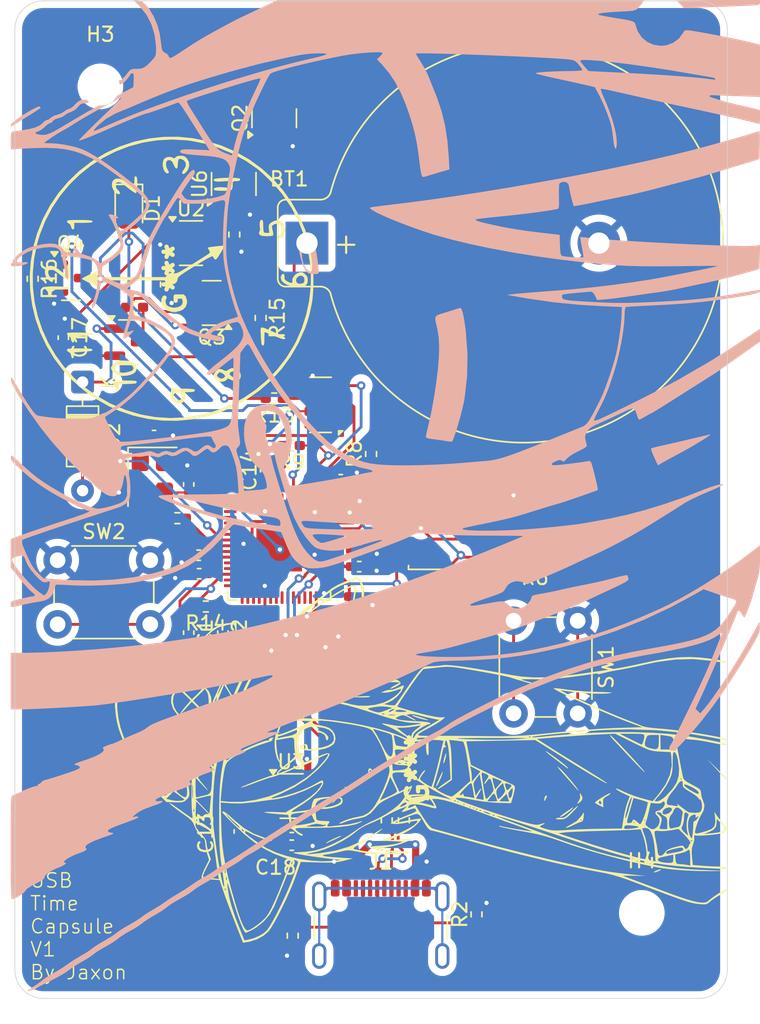
<source format=kicad_pcb>
(kicad_pcb (version 20241229) (generator "pcbnew") (generator_version "9.0")
  (layers (0 "F.Cu" signal) (2 "B.Cu" signal) (13 "F.Paste" user) (15 "B.Paste" user) (5 "F.SilkS" user "F.Silkscreen") (7 "B.SilkS" user "B.Silkscreen") (1 "F.Mask" user) (3 "B.Mask" user) (25 "Edge.Cuts" user))
  (net 0 "")
  (net 1 "Net-(D1-K)")
  (net 2 "Net-(D1-A)")
  (net 3 "/QSPI_SS")
  (net 4 "/QSPI_SD0")
  (net 8 "+1V1")
  (net 9 "/QSPI_SD2")
  (net 12 "/QSPI_SD3")
  (net 18 "/I2C0_SDA")
  (net 20 "/QSPI_SCLK")
  (net 22 "+3V3")
  (net 27 "Net-(D2-K)")
  (net 28 "/I2C0_SCL")
  (net 31 "/XIN")
  (net 35 "Net-(Q3-G)")
  (net 36 "/QSPI_SD1")
  (net 37 "/GPIO2")
  (net 39 "GND")
  (net 47 "/XOUT")
  (net 48 "Net-(U2-DELAY{slash}M_DRV)")
  (net 49 "Net-(U2-DRV)")
  (net 50 "/V_BLINKER")
  (net 54 "/BAT+")
  (net 55 "/INT")
  (net 57 "Net-(C15-Pad2)")
  (net 58 "Net-(J1-CC2)")
  (net 59 "Net-(J1-CC1)")
  (net 60 "Net-(Q2-G)")
  (net 61 "Net-(R6-Pad1)")
  (net 62 "/RP2040_LED_CTRL")
  (net 63 "+BATT")
  (net 64 "/D+")
  (net 65 "/D-")
  (net 66 "+5V")
  (net 67 "Net-(U3-GND)")
  (net 68 "unconnected-(J1-SHIELD-PadS1)")
  (net 69 "Net-(U1-USB_DP)")
  (net 70 "Net-(U1-USB_DM)")
  (net 71 "/BLINKER_RESET")
  (net 72 "Net-(U1-RUN)")
  (footprint "Resistor_SMD:R_0402_1005Metric_Pad0.72x0.64mm_HandSolder" (layer "F.Cu") (at 86.4975 89.3 180)
    (property "Reference" "R6")
    (property "Value" "1k")
  )
  (footprint "Resistor_SMD:R_0402_1005Metric_Pad0.72x0.64mm_HandSolder" (layer "F.Cu") (at 58.4 71.5 180)
    (property "Reference" "R10" (hide yes))
    (property "Value" "1M" (hide yes))
  )
  (footprint "Capacitor_SMD:C_0402_1005Metric_Pad0.74x0.62mm_HandSolder" (layer "F.Cu") (at 65.75 108.2875 -90)
    (property "Reference" "C13")
    (property "Value" "1u")
  )
  (footprint "Capacitor_SMD:C_0402_1005Metric_Pad0.74x0.62mm_HandSolder" (layer "F.Cu") (at 62.2 94.3325 -90)
    (property "Reference" "C1")
    (property "Value" "1u")
  )
  (footprint "Capacitor_SMD:C_0402_1005Metric_Pad0.74x0.62mm_HandSolder" (layer "F.Cu") (at 72.2 93.4 -90)
    (property "Reference" "C7" (hide yes))
    (property "Value" "100n")
  )
  (footprint "Package_TO_SOT_SMD:SOT-23-6" (layer "F.Cu") (at 62.3625 67)
    (property "Reference" "U2")
    (property "Value" "TPL5110")
  )
  (footprint "Capacitor_SMD:C_0402_1005Metric_Pad0.74x0.62mm_HandSolder" (layer "F.Cu") (at 62.9 88.9 180)
    (property "Reference" "C3" (hide yes))
    (property "Value" "100n" (hide yes))
  )
  (footprint "Package_TO_SOT_SMD:SOT-23" (layer "F.Cu") (at 63.8125 71.2 180)
    (property "Reference" "Q3")
    (property "Value" "Q_NMOS_GSD")
  )
  (footprint "Capacitor_SMD:C_0402_1005Metric_Pad0.74x0.62mm_HandSolder" (layer "F.Cu") (at 53.4 73.6325 -90)
    (property "Reference" "C17")
    (property "Value" "0.1u")
  )
  (footprint "Capacitor_SMD:C_0402_1005Metric_Pad0.74x0.62mm_HandSolder" (layer "F.Cu") (at 59.7675 80.5 180)
    (property "Reference" "C16" (hide yes))
    (property "Value" "15p" (hide yes))
  )
  (footprint "Resistor_SMD:R_0402_1005Metric_Pad0.72x0.64mm_HandSolder" (layer "F.Cu") (at 67.25 72.25 -90)
    (property "Reference" "R15")
    (property "Value" "100k")
  )
  (footprint "Resistor_SMD:R_0402_1005Metric_Pad0.72x0.64mm_HandSolder" (layer "F.Cu") (at 76.1 107.505 90)
    (property "Reference" "R3" (hide yes))
    (property "Value" "27.4")
  )
  (footprint "Package_DFN_QFN:QFN-56-1EP_7x7mm_P0.4mm_EP3.2x3.2mm" (layer "F.Cu") (at 68.55 88.4375 -90)
    (property "Reference" "U1" (hide yes))
    (property "Value" "RP2040" (hide yes))
  )
  (footprint "Button_Switch_THT:SW_PUSH_6mm" (layer "F.Cu") (at 89.5 93.5 -90)
    (property "Reference" "SW1")
    (property "Value" "SW_Push")
  )
  (footprint "Capacitor_SMD:C_0402_1005Metric_Pad0.74x0.62mm_HandSolder" (layer "F.Cu") (at 71.1 94.3675 -90)
    (property "Reference" "C5" (hide yes))
    (property "Value" "100n" (hide yes))
  )
  (footprint "Package_TO_SOT_SMD:SOT-23" (layer "F.Cu") (at 53.9375 69.45)
    (property "Reference" "Q4")
    (property "Value" "Q_NMOS_GSD")
  )
  (footprint "Capacitor_SMD:C_0402_1005Metric_Pad0.74x0.62mm_HandSolder" (layer "F.Cu") (at 64.6 94.3325 -90)
    (property "Reference" "C2")
    (property "Value" "100n")
  )
  (footprint "Capacitor_SMD:C_0402_1005Metric_Pad0.74x0.62mm_HandSolder" (layer "F.Cu") (at 67.6 82.9325 90)
    (property "Reference" "C14")
    (property "Value" "100n")
  )
  (footprint "LOGO" (layer "F.Cu") (at 61.25 69.5 90)
    (property "Reference" "G***")
    (property "Value" "LOGO" (hide yes))
  )
  (footprint "Resistor_SMD:R_0402_1005Metric_Pad0.72x0.64mm_HandSolder" (layer "F.Cu") (at 79.6975 92.6)
    (property "Reference" "R5")
    (property "Value" "DNF")
  )
  (footprint "Resistor_SMD:R_0402_1005Metric_Pad0.72x0.64mm_HandSolder" (layer "F.Cu") (at 82.4 114.1025 90)
    (property "Reference" "R2")
    (property "Value" "5.1k")
  )
  (footprint "Package_SO:SOIC-8_5.3x5.3mm_P1.27mm" (layer "F.Cu") (at 80.3875 87.135 180)
    (property "Reference" "U5")
    (property "Value" "W25Q128JVS")
  )
  (footprint "Resistor_SMD:R_0402_1005Metric_Pad0.72x0.64mm_HandSolder" (layer "F.Cu") (at 77.3 107.5025 90)
    (property "Reference" "R4" (hide yes))
    (property "Value" "27.4")
  )
  (footprint "Capacitor_SMD:C_0402_1005Metric_Pad0.74x0.62mm_HandSolder" (layer "F.Cu") (at 62.9325 90.2 180)
    (property "Reference" "C11" (hide yes))
    (property "Value" "100n" (hide yes))
  )
  (footprint "Resistor_SMD:R_0402_1005Metric_Pad0.72x0.64mm_HandSolder" (layer "F.Cu") (at 51.25 69.5 -90)
    (property "Reference" "R16")
    (property "Value" "10k")
  )
  (footprint "Resistor_SMD:R_0402_1005Metric_Pad0.72x0.64mm_HandSolder" (layer "F.Cu") (at 63.4025 92.5 180)
    (property "Reference" "R14")
    (property "Value" "10k")
  )
  (footprint "MountingHole:MountingHole_2.7mm_M2.5" (layer "F.Cu") (at 94 114)
    (property "Reference" "H4")
    (property "Value" "MountingHole")
  )
  (footprint "LOGO" (layer "F.Cu") (at 78.260978 103.928842 90)
    (property "Reference" "G***")
    (property "Value" "LOGO" (hide yes))
  )
  (footprint "Package_SON:MicroCrystal_C7_SON-8_1.5x3.2mm_P0.9mm" (layer "F.Cu") (at 71.45 78.35 180)
    (property "Reference" "U4" (hide yes))
    (property "Value" "RV-3028-C7")
  )
  (footprint "Package_TO_SOT_SMD:SOT-23-5" (layer "F.Cu") (at 65.3625 62.85 90)
    (property "Reference" "U6")
    (property "Value" "74LVC1G32")
  )
  (footprint "Resistor_SMD:R_0402_1005Metric_Pad0.72x0.64mm_HandSolder" (layer "F.Cu") (at 61.4025 86.3)
    (property "Reference" "R7" (hide yes))
    (property "Value" "1k")
  )
  (footprint "Package_TO_SOT_SMD:SOT-23" (layer "F.Cu") (at 57.9375 73.95)
    (property "Reference" "Q1" (hide yes))
    (property "Value" "Q_PMOS_GSD")
  )
  (footprint "MountingHole:MountingHole_2.7mm_M2.5" (layer "F.Cu") (at 56 56)
    (property "Reference" "H3")
    (property "Value" "MountingHole")
  )
  (footprint "Package_TO_SOT_SMD:SOT-23-5" (layer "F.Cu") (at 69.422056 105.8)
    (property "Reference" "U3")
    (property "Value" "AP2112K-3.3")
  )
  (footprint "Battery:BatteryHolder_Keystone_106_1x20mm" (layer "F.Cu") (at 70.5 67)
    (property "Reference" "BT1")
    (property "Value" "Battery_Cell")
  )
  (footprint "LED_SMD:LED_0805_2012Metric" (layer "F.Cu") (at 58 64.5625 -90)
    (property "Reference" "D1")
    (property "Value" "LED")
  )
  (footprint "Capacitor_SMD:C_0402_1005Metric_Pad0.74x0.62mm_HandSolder" (layer "F.Cu") (at 74.1675 89.7)
    (property "Reference" "C8" (hide yes))
    (property "Value" "100n")
  )
  (footprint "Resistor_SMD:R_0402_1005Metric_Pad0.72x0.64mm_HandSolder" (layer "F.Cu") (at 69.5 115.6 -90)
    (property "Reference" "R1" (hide yes))
    (property "Value" "5.1k")
  )
  (footprint "Crystal:Crystal_SMD_3225-4Pin_3.2x2.5mm" (layer "F.Cu") (at 59.65 83.4 -90)
    (property "Reference" "Y1" (hide yes))
    (property "Value" "ABM8-272-T3" (hide yes))
  )
  (footprint "Capacitor_SMD:C_0402_1005Metric_Pad0.74x0.62mm_HandSolder" (layer "F.Cu") (at 69.4325 109.25)
    (property "Reference" "C12" (hide yes))
    (property "Value" "4.7uF")
  )
  (footprint "Button_Switch_THT:SW_PUSH_6mm" (layer "F.Cu") (at 53 89.25)
    (property "Reference" "SW2")
    (property "Value" "SW_Push")
  )
  (footprint "Capacitor_SMD:C_0402_1005Metric_Pad0.74x0.62mm_HandSolder" (layer "F.Cu") (at 74.17 88.5125)
    (property "Reference" "C9" (hide yes))
    (property "Value" "1u")
  )
  (footprint "Capacitor_SMD:C_0402_1005Metric_Pad0.74x0.62mm_HandSolder" (layer "F.Cu") (at 72.8675 83.6)
    (property "Reference" "C4" (hide yes))
    (property "Value" "100n")
  )
  (footprint "Diode_THT:D_DO-35_SOD27_P7.62mm_Horizontal" (layer "F.Cu") (at 54.75 76.75 -90)
    (property "Reference" "D2")
    (property "Value" "1N4148")
  )
  (footprint "Capacitor_SMD:C_0402_1005Metric_Pad0.74x0.62mm_HandSolder" (layer "F.Cu") (at 62.2 83.9325 -90)
    (property "Reference" "C15" (hide yes))
    (property "Value" "15p" (hide yes))
  )
  (footprint "Capacitor_SMD:C_0402_1005Metric_Pad0.74x0.62mm_HandSolder" (layer "F.Cu") (at 67.6 94.3675 -90)
    (property "Reference" "C6" (hide yes))
    (property "Value" "100n")
  )
  (footprint "Resistor_SMD:R_0402_1005Metric_Pad0.72x0.64mm_HandSolder" (layer "F.Cu") (at 75 81.8 90)
    (property "Reference" "R8")
    (property "Value" "4.7k")
  )
  (footprint "Resistor_SMD:R_0402_1005Metric_Pad0.72x0.64mm_HandSolder" (layer "F.Cu") (at 60.6 69.8975 90)
    (property "Reference" "R11" (hide yes))
    (property "Value" "16.9k")
  )
  (footprint "Resistor_SMD:R_0402_1005Metric_Pad0.72x0.64mm_HandSolder" (layer "F.Cu") (at 65.4 66.3975 90)
    (property "Reference" "R12" (hide yes))
    (property "Value" "10k")
  )
  (footprint "Resistor_SMD:R_0402_1005Metric_Pad0.72x0.64mm_HandSolder" (layer "F.Cu") (at 69.3975 81.2 180)
    (property "Reference" "R9")
    (property "Value" "4.7k")
  )
  (footprint "Package_TO_SOT_SMD:SOT-23" (layer "F.Cu") (at 68.2 58.2375 90)
    (property "Reference" "Q2")
    (property "Value" "Q_NMOS_GSD")
  )
  (footprint "Connector_USB:USB_C_Receptacle_GCT_USB4105-xx-A_16P_TopMnt_Horizontal" (layer "F.Cu") (at 75.68 115.95)
    (property "Reference" "J1")
    (property "Value" "USB_C_Receptacle_USB2.0_14P")
  )
  (footprint "Capacitor_SMD:C_0402_1005Metric_Pad0.74x0.62mm_HandSolder" (layer "F.Cu") (at 69.4325 108 180)
    (property "Reference" "C18")
    (property "Value" "4.7uF")
  )
  (footprint "Capacitor_SMD:C_0402_1005Metric_Pad0.74x0.62mm_HandSolder" (layer "F.Cu") (at 74.0325 91.8)
    (property "Reference" "C10" (hide yes))
    (property "Value" "100n")
  )
  (footprint "Resistor_SMD:R_0402_1005Metric_Pad0.72x0.64mm_HandSolder" (layer "F.Cu") (at 68.2025 77.9 180)
    (property "Reference" "R13")
    (property "Value" "150" (hide yes))
  )
  (footprint "LOGO" (layer "B.Cu") (at 76 85 90)
    (property "Reference" "G***")
    (property "Value" "LOGO" (hide yes))
  )
  (gr_arc (start 52 120) (mid 50.585786 119.414214) (end 50 118) (stroke (width 0.05)) (layer "Edge.Cuts"))
  (gr_arc (start 100 118) (mid 99.414214 119.414214) (end 98 120) (stroke (width 0.05)) (layer "Edge.Cuts"))
  (gr_line (start 50 118) (end 50 52) (stroke (width 0.05)) (layer "Edge.Cuts"))
  (gr_arc (start 50 52) (mid 50.585786 50.585786) (end 52 50) (stroke (width 0.05)) (layer "Edge.Cuts"))
  (gr_line (start 100 52) (end 100 118) (stroke (width 0.05)) (layer "Edge.Cuts"))
  (gr_line (start 98 120) (end 52 120) (stroke (width 0.05)) (layer "Edge.Cuts"))
  (gr_line (start 52 50) (end 98 50) (stroke (width 0.05)) (layer "Edge.Cuts"))
  (gr_arc (start 98 50) (mid 99.414214 50.585786) (end 100 52) (stroke (width 0.05)) (layer "Edge.Cuts"))
  (gr_text "USB\nTime\nCapsule\nV1\nBy Jaxon" (at 51 118.75 0) (layer "F.SilkS") (effects (font (size 1 1) (thickness 0.1)) (justify left bottom)))
  (segment (start 58 63.625) (end 64.325 57.3) (width 0.2) (layer "F.Cu") (net 1))
  (segment (start 64.325 57.3) (end 68.2 57.3) (width 0.2) (layer "F.Cu") (net 1))
  (segment (start 58 65.5) (end 58 66.9) (width 0.2) (layer "F.Cu") (net 2))
  (segment (start 64.7 77.9) (end 67.605 77.9) (width 0.2) (layer "F.Cu") (net 2))
  (via (at 64.7 77.9) (size 0.6) (drill 0.3) (layers "F.Cu" "B.Cu") (net 2))
  (via (at 58 66.9) (size 0.6) (drill 0.3) (layers "F.Cu" "B.Cu") (net 2))
  (segment (start 58 71.2) (end 64.7 77.9) (width 0.2) (layer "B.Cu") (net 2))
  (segment (start 58 66.9) (end 58 71.2) (width 0.2) (layer "B.Cu") (net 2))
  (segment (start 81.3 88.9) (end 81.44 89.04) (width 0.2) (layer "F.Cu") (net 3))
  (segment (start 83.975 89.04) (end 85.64 89.04) (width 0.2) (layer "F.Cu") (net 3))
  (segment (start 72.725 85.1) (end 74.2 85.1) (width 0.2) (layer "F.Cu") (net 3))
  (segment (start 71.9875 85.8375) (end 72.725 85.1) (width 0.2) (layer "F.Cu") (net 3))
  (segment (start 80.295 89.905) (end 81.3 88.9) (width 0.2) (layer "F.Cu") (net 3))
  (segment (start 80.295 92.6) (end 80.295 89.905) (width 0.2) (layer "F.Cu") (net 3))
  (segment (start 85.64 89.04) (end 85.9 89.3) (width 0.2) (layer "F.Cu") (net 3))
  (segment (start 81.44 89.04) (end 83.975 89.04) (width 0.2) (layer "F.Cu") (net 3))
  (via (at 74.2 85.1) (size 0.6) (drill 0.3) (layers "F.Cu" "B.Cu") (net 3))
  (via (at 81.3 88.9) (size 0.6) (drill 0.3) (layers "F.Cu" "B.Cu") (net 3))
  (segment (start 74.2 85.1) (end 77.5 85.1) (width 0.2) (layer "B.Cu") (net 3))
  (segment (start 77.5 85.1) (end 81.3 88.9) (width 0.2) (layer "B.Cu") (net 3))
  (segment (start 74.122464 87.0375) (end 71.9875 87.0375) (width 0.2) (layer "F.Cu") (net 4))
  (segment (start 75.929964 85.23) (end 74.122464 87.0375) (width 0.2) (layer "F.Cu") (net 4))
  (segment (start 76.8 85.23) (end 75.929964 85.23) (width 0.2) (layer "F.Cu") (net 4))
  (segment (start 68.601 95.351057) (end 68.601 95.848943) (width 0.2) (layer "F.Cu") (net 8))
  (segment (start 70.048943 93.899) (end 68.751057 93.899) (width 0.2) (layer "F.Cu") (net 8))
  (segment (start 66.091246 89.0375) (end 65.1125 89.0375) (width 0.2) (layer "F.Cu") (net 8))
  (segment (start 71.452226 88.2375) (end 70.451 87.236274) (width 0.2) (layer "F.Cu") (net 8))
  (segment (start 70.401 94.251057) (end 70.048943 93.899) (width 0.2) (layer "F.Cu") (net 8))
  (segment (start 68.399 94.251057) (end 68.399 95.149057) (width 0.2) (layer "F.Cu") (net 8))
  (segment (start 66.649 88.479746) (end 66.091246 89.0375) (width 0.2) (layer "F.Cu") (net 8))
  (segment (start 66.649 86.5365) (end 66.649 88.479746) (width 0.2) (layer "F.Cu") (net 8))
  (segment (start 70.775999 96.1) (end 70.401 95.725001) (width 0.2) (layer "F.Cu") (net 8))
  (segment (start 72.049943 96.1) (end 70.775999 96.1) (width 0.2) (layer "F.Cu") (net 8))
  (segment (start 68.751057 93.899) (end 68.399 94.251057) (width 0.2) (layer "F.Cu") (net 8))
  (segment (start 63.5 90.2) (end 63.5 90.15008) (width 0.15) (layer "F.Cu") (net 8))
  (segment (start 68.248943 96.201) (end 62.484324 96.201) (width 0.2) (layer "F.Cu") (net 8))
  (segment (start 62.484324 96.201) (end 61.589 95.305676) (width 0.2) (layer "F.Cu") (net 8))
  (segment (start 68.601 95.848943) (end 68.248943 96.201) (width 0.2) (layer "F.Cu") (net 8))
  (segment (start 63.5 89.89) (end 64.3525 89.0375) (width 0.2) (layer "F.Cu") (net 8))
  (segment (start 70.401 95.725001) (end 70.401 94.251057) (width 0.2) (layer "F.Cu") (net 8))
  (segment (start 70.451 86.5365) (end 66.649 86.5365) (width 0.2) (layer "F.Cu") (net 8))
  (segment (start 71.9875 88.2375) (end 73.3275 88.2375) (width 0.2) (layer "F.Cu") (net 8))
  (segment (start 72.7375 90.2375) (end 73.465 90.965) (width 0.2) (layer "F.Cu") (net 8))
  (segment (start 73.465 94.684943) (end 72.049943 96.1) (width 0.2) (layer "F.Cu") (net 8))
  (segment (start 73.465 90.965) (end 73.465 91.8) (width 0.2) (layer "F.Cu") (net 8))
  (segment (start 68.399 95.149057) (end 68.601 95.351057) (width 0.2) (layer "F.Cu") (net 8))
  (segment (start 61.589 92.111) (end 63.5 90.2) (width 0.2) (layer "F.Cu") (net 8))
  (segment (start 71.9875 90.2375) (end 72.7375 90.2375) (width 0.2) (layer "F.Cu") (net 8))
  (segment (start 63.5 90.2) (end 63.5 89.89) (width 0.2) (layer "F.Cu") (net 8))
  (segment (start 73.3275 88.2375) (end 73.6025 88.5125) (width 0.2) (layer "F.Cu") (net 8))
  (segment (start 73.465 91.8) (end 73.465 94.684943) (width 0.2) (layer "F.Cu") (net 8))
  (segment (start 61.589 95.305676) (end 61.589 92.111) (width 0.2) (layer "F.Cu") (net 8))
  (segment (start 64.3525 89.0375) (end 65.1125 89.0375) (width 0.2) (layer "F.Cu") (net 8))
  (segment (start 71.9875 88.2375) (end 71.452226 88.2375) (width 0.2) (layer "F.Cu") (net 8))
  (segment (start 70.451 87.236274) (end 70.451 86.5365) (width 0.2) (layer "F.Cu") (net 8))
  (segment (start 73.7625 86.6375) (end 75.8 84.6) (width 0.2) (layer "F.Cu") (net 9))
  (segment (start 78.9 84.6) (end 80.8 86.5) (width 0.2) (layer "F.Cu") (net 9))
  (segment (start 75.8 84.6) (end 78.9 84.6) (width 0.2) (layer "F.Cu") (net 9))
  (segment (start 71.9875 86.6375) (end 73.7625 86.6375) (width 0.2) (layer "F.Cu") (net 9))
  (segment (start 80.8 86.5) (end 83.975 86.5) (width 0.2) (layer "F.Cu") (net 9))
  (segment (start 76.7325 87.8375) (end 71.9875 87.8375) (width 0.2) (layer "F.Cu") (net 12))
  (segment (start 76.8 87.77) (end 76.7325 87.8375) (width 0.15) (layer "F.Cu") (net 12))
  (segment (start 70.35 83.55) (end 72 81.9) (width 0.2) (layer "F.Cu") (net 18))
  (segment (start 69.995 81.2) (end 71.3 81.2) (width 0.15) (layer "F.Cu") (net 18))
  (segment (start 74.3 77) (end 72.1 77) (width 0.2) (layer "F.Cu") (net 18))
  (segment (start 70.35 85) (end 70.35 83.55) (width 0.2) (layer "F.Cu") (net 18))
  (segment (start 71.3 81.2) (end 72 81.9) (width 0.15) (layer "F.Cu") (net 18))
  (via (at 72 81.9) (size 0.6) (drill 0.3) (layers "F.Cu" "B.Cu") (net 18))
  (via (at 74.3 77) (size 0.6) (drill 0.3) (layers "F.Cu" "B.Cu") (net 18))
  (segment (start 74.3 79.9) (end 72.3 81.9) (width 0.2) (layer "B.Cu") (net 18))
  (segment (start 72.3 81.9) (end 72 81.9) (width 0.2) (layer "B.Cu") (net 18))
  (segment (start 74.3 77) (end 74.3 79.9) (width 0.2) (layer "B.Cu") (net 18))
  (segment (start 71.9875 87.4375) (end 75.2625 87.4375) (width 0.2) (layer "F.Cu") (net 20))
  (segment (start 75.2625 87.4375) (end 75.7 87) (width 0.2) (layer "F.Cu") (net 20))
  (segment (start 76.632864 86.5) (end 76.8 86.5) (width 0.15) (layer "F.Cu") (net 20))
  (segment (start 76.3 87) (end 76.8 86.5) (width 0.2) (layer "F.Cu") (net 20))
  (segment (start 75.7 87) (end 76.3 87) (width 0.2) (layer "F.Cu") (net 20))
  (segment (start 67.91 83.5) (end 67.6 83.5) (width 0.5) (layer "F.Cu") (net 22))
  (segment (start 66.049 88.101) (end 66.05 88.102) (width 0.15) (layer "F.Cu") (net 22))
  (segment (start 72.3 83.85) (end 72.3 83.6) (width 0.15) (layer "F.Cu") (net 22))
  (segment (start 71.15 93.75) (end 71.1 93.8) (width 0.15) (layer "F.Cu") (net 22))
  (segment (start 67.6 93.75) (end 67.55 93.7) (width 0.15) (layer "F.Cu") (net 22))
  (segment (start 72.6 90.7) (end 72.5375 90.6375) (width 0.2) (layer "F.Cu") (net 22))
  (segment (start 72.77496 88.77496) (end 72.77496 89.1) (width 0.2) (layer "F.Cu") (net 22))
  (segment (start 67.9 81.1) (end 68.7 81.1) (width 0.15) (layer "F.Cu") (net 22))
  (segment (start 67.55 83.55) (end 67.55 85) (width 0.2) (layer "F.Cu") (net 22))
  (segment (start 63.73 88.6375) (end 65.1125 88.6375) (width 0.2) (layer "F.Cu") (net 22))
  (segment (start 66.05 88.102) (end 66.05 88.511646) (width 0.2) (layer "F.Cu") (net 22))
  (segment (start 67.55 92.75) (end 67.5 92.8) (width 0.15) (layer "F.Cu") (net 22))
  (segment (start 64 92.5) (end 64 93.165) (width 0.5) (layer "F.Cu") (net 22))
  (segment (start 65.924146 88.6375) (end 65.1125 88.6375) (width 0.2) (layer "F.Cu") (net 22))
  (segment (start 72.77496 89.32504) (end 73.14992 89.7) (width 0.2) (layer "F.Cu") (net 22))
  (segment (start 64 93.165) (end 64.6 93.765) (width 0.5) (layer "F.Cu") (net 22))
  (segment (start 73.5025 82.3975) (end 72.3 83.6) (width 0.2) (layer "F.Cu") (net 22))
  (segment (start 71.7 91.57) (end 71.7 91.2) (width 0.15) (layer "F.Cu") (net 22))
  (segment (start 69.5 78.8) (end 69.3 79) (width 0.15) (layer "F.Cu") (net 22))
  (segment (start 71.1325 92.8325) (end 71.1 92.8) (width 0.5) (layer "F.Cu") (net 22))
  (segment (start 71.9 107.6) (end 71.8 107.6) (width 0.5) (layer "F.Cu") (net 22))
  (segment (start 71.1 93.8) (end 70.5 93.2) (width 0.5) (layer "F.Cu") (net 22))
  (segment (start 71.1 92.8) (end 71.1 93.8) (width 0.5) (layer "F.Cu") (net 22))
  (segment (start 71.050001 85.878304) (end 71.15 85.778305) (width 0.2) (layer "F.Cu") (net 22))
  (segment (start 75 82.3975) (end 73.5025 82.3975) (width 0.2) (layer "F.Cu") (net 22))
  (segment (start 71.8625 91.0375) (end 71.9875 91.0375) (width 0.15) (layer "F.Cu") (net 22))
  (segment (start 71.15 92.75) (end 71.1 92.8) (width 0.15) (layer "F.Cu") (net 22))
  (segment (start 70.559556 103.259556) (end 70.5 103.2) (width 0.5) (layer "F.Cu") (net 22))
  (segment (start 67.6 83.5) (end 67.55 83.55) (width 0.15) (layer "F.Cu") (net 22))
  (segment (start 71.15 85) (end 72.3 83.85) (width 0.2) (layer "F.Cu") (net 22))
  (segment (start 71.33 91.57) (end 71.15 91.75) (width 0.15) (layer "F.Cu") (net 22))
  (segment (start 72.71246 89.0375) (end 72.77496 89.1) (width 0.2) (layer "F.Cu") (net 22))
  (segment (start 67.565 93.765) (end 67.6 93.8) (width 0.5) (layer "F.Cu") (net 22))
  (segment (start 66.05 88.511646) (end 65.924146 88.6375) (width 0.2) (layer "F.Cu") (net 22))
  (segment (start 71.035627 88.831729) (end 71.229856 88.6375) (width 0.2) (layer "F.Cu") (net 22))
  (segment (start 67.55 85) (end 67.55 85.81266) (width 0.2) (layer "F.Cu") (net 22))
  (segment (start 67.5 92.8) (end 67.6 92.9) (width 0.5) (layer "F.Cu") (net 22))
  (segment (start 68.7 81.1) (end 68.8 81.2) (width 0.15) (layer "F.Cu") (net 22))
  (segment (start 71.9875 91.0375) (end 72.5625 91.0375) (width 0.2) (layer "F.Cu") (net 22))
  (segment (start 67.55 91.064818) (end 67.538436 91.053254) (width 0.15) (layer "F.Cu") (net 22))
  (segment (start 72.2 92.8325) (end 71.1325 92.8325) (width 0.5) (layer "F.Cu") (net 22))
  (segment (start 68.8 81.2) (end 68.8 82.61) (width 0.5) (layer "F.Cu") (net 22))
  (segment (start 71.15 85.778305) (end 71.15 85) (width 0.2) (layer "F.Cu") (net 22))
  (segment (start 67.6 93.8) (end 67.55 93.75) (width 0.15) (layer "F.Cu") (net 22))
  (segment (start 72.6375 88.6375) (end 72.77496 88.77496) (width 0.2) (layer "F.Cu") (net 22))
  (segment (start 72.5625 91.0375) (end 72.6 91) (width 0.2) (layer "F.Cu") (net 22))
  (segment (start 62.2 93.765) (end 67.565 93.765) (width 0.5) (layer "F.Cu") (net 22))
  (segment (start 71.229856 88.6375) (end 71.9875 88.6375) (width 0.2) (layer "F.Cu") (net 22))
  (segment (start 72.6 91) (end 72.6 90.7) (width 0.2) (layer "F.Cu") (net 22))
  (segment (start 67.55 93.7) (end 67.55 93.85) (width 0.15) (layer "F.Cu") (net 22))
  (segment (start 71.4 108) (end 70 108) (width 0.5) (layer "F.Cu") (net 22))
  (segment (start 70.8 78.8) (end 69.5 78.8) (width 0.15) (layer "F.Cu") (net 22))
  (segment (start 72.77496 89.1) (end 72.77496 89.32504) (width 0.2) (layer "F.Cu") (net 22))
  (segment (start 71.9875 89.0375) (end 72.71246 89.0375) (width 0.2) (layer "F.Cu") (net 22))
  (segment (start 68.8 82.61) (end 67.91 83.5) (width 0.5) (layer "F.Cu") (net 22))
  (segment (start 63.4675 88.9) (end 63.73 88.6375) (width 0.2) (layer "F.Cu") (net 22))
  (segment (start 70.559556 104.85) (end 71.9 106.190444) (width 0.5) (layer "F.Cu") (net 22))
  (segment (start 71.035627 88.864326) (end 71.035627 88.831729) (width 0.15) (layer "F.Cu") (net 22))
  (segment (start 76.8 89.04) (end 76.8 90.9) (width 0.2) (layer "F.Cu") (net 22))
  (segment (start 67.6 92.9) (end 67.6 93.8) (width 0.5) (layer "F.Cu") (net 22))
  (segment (start 67.55 91.875) (end 67.55 91.064818) (width 0.2) (layer "F.Cu") (net 22))
  (segment (start 67.55 85.81266) (end 67.54982 85.81284) (width 0.15) (layer "F.Cu") (net 22))
  (segment (start 71.7 91.2) (end 71.8625 91.0375) (width 0.2) (layer "F.Cu") (net 22))
  (segment (start 71.15 91.75) (end 71.15 91.875) (width 0.15) (layer "F.Cu") (net 22))
  (segment (start 67.55 91.875) (end 67.55 92.75) (width 0.2) (layer "F.Cu") (net 22))
  (segment (start 70.559556 104.85) (end 70.559556 103.259556) (width 0.5) (layer "F.Cu") (net 22))
  (segment (start 73.6 89.7) (end 73.6375 89.6625) (width 0.15) (layer "F.Cu") (net 22))
  (segment (start 73.14992 89.7) (end 73.6 89.7) (width 0.2) (layer "F.Cu") (net 22))
  (segment (start 71.15 91.875) (end 71.15 92.75) (width 0.2) (layer "F.Cu") (net 22))
  (segment (start 71.9875 88.6375) (end 72.6375 88.6375) (width 0.2) (layer "F.Cu") (net 22))
  (segment (start 71.9 106.190444) (end 71.9 107.6) (width 0.5) (layer "F.Cu") (net 22))
  (segment (start 78.5 92.6) (end 79.1 92.6) (width 0.2) (layer "F.Cu") (net 22))
  (segment (start 72.5375 90.6375) (end 71.9875 90.6375) (width 0.2) (layer "F.Cu") (net 22))
  (segment (start 76.8 90.9) (end 78.5 92.6) (width 0.2) (layer "F.Cu") (net 22))
  (segment (start 71.7 91.57) (end 71.33 91.57) (width 0.15) (layer "F.Cu") (net 22))
  (segment (start 71.8 107.6) (end 71.4 108) (width 0.5) (layer "F.Cu") (net 22))
  (via (at 67.9 81.1) (size 0.6) (drill 0.3) (layers "F.Cu" "B.Cu") (net 22))
  (via (at 69.3 79) (size 0.6) (drill 0.3) (layers "F.Cu" "B.Cu") (net 22))
  (via (at 70.5 103.2) (size 0.6) (drill 0.3) (layers "F.Cu" "B.Cu") (net 22))
  (via (at 71.050001 85.878304) (size 0.6) (drill 0.3) (layers "F.Cu" "B.Cu") (net 22))
  (via (at 67.538436 91.053254) (size 0.6) (drill 0.3) (layers "F.Cu" "B.Cu") (net 22))
  (via (at 70.5 93.2) (size 0.6) (drill 0.3) (layers "F.Cu" "B.Cu") (net 22))
  (via (at 66.049 88.101) (size 0.6) (drill 0.3) (layers "F.Cu" "B.Cu") (net 22))
  (via (at 67.54982 85.81284) (size 0.6) (drill 0.3) (layers "F.Cu" "B.Cu") (net 22))
  (via (at 71.035627 88.864326) (size 0.6) (drill 0.3) (layers "F.Cu" "B.Cu") (net 22))
  (via (at 76.8 90.9) (size 0.6) (drill 0.3) (layers "F.Cu" "B.Cu") (net 22))
  (via (at 71.7 91.57) (size 0.6) (drill 0.3) (layers "F.Cu" "B.Cu") (net 22))
  (segment (start 76.8 90.9) (end 72.37 90.9) (width 0.2) (layer "B.Cu") (net 22))
  (segment (start 70.5 103.2) (end 70.551 103.149) (width 0.5) (layer "B.Cu") (net 22))
  (segment (start 70.551 93.251) (end 70.5 93.2) (width 0.5) (layer "B.Cu") (net 22))
  (segment (start 70.551 103.149) (end 70.551 93.251) (width 0.5) (layer "B.Cu") (net 22))
  (segment (start 72.37 90.9) (end 71.7 91.57) (width 0.2) (layer "B.Cu") (net 22))
  (segment (start 69.3 79) (end 69.3 79.7) (width 0.2) (layer "B.Cu") (net 22))
  (segment (start 69.3 79.7) (end 67.9 81.1) (width 0.2) (layer "B.Cu") (net 22))
  (segment (start 55.75 73) (end 56.599 73) (width 0.2) (layer "F.Cu") (net 27))
  (segment (start 58.4235 70.879) (end 58.08605 71.21645) (width 0.2) (layer "F.Cu") (net 27))
  (segment (start 59.390386 70.879) (end 60.312386 71.801) (width 0.2) (layer "F.Cu") (net 27))
  (segment (start 62.274 71.801) (end 62.875 71.2) (width 0.2) (layer "F.Cu") (net 27))
  (segment (start 57.8025 71.5) (end 57.8025 72.1975) (width 0.2) (layer "F.Cu") (net 27))
  (segment (start 57.8025 72.1975) (end 57 73) (width 0.2) (layer "F.Cu") (net 27))
  (segment (start 59.390386 70.879) (end 58.4235 70.879) (width 0.2) (layer "F.Cu") (net 27))
  (segment (start 60.312386 71.801) (end 62.274 71.801) (width 0.2) (layer "F.Cu") (net 27))
  (segment (start 54.75 76.75) (end 56.75 76.75) (width 0.2) (layer "F.Cu") (net 27))
  (via (at 55.75 73) (size 0.6) (drill 0.3) (layers "F.Cu" "B.Cu") (net 27))
  (via (at 56.75 76.75) (size 0.6) (drill 0.3) (layers "F.Cu" "B.Cu") (net 27))
  (segment (start 56.75 76.75) (end 56.75 74) (width 0.2) (layer "B.Cu") (net 27))
  (segment (start 56.75 74) (end 55.75 73) (width 0.2) (layer "B.Cu") (net 27))
  (segment (start 73.681322 81.118678) (end 73.8 81.118678) (width 0.2) (layer "F.Cu") (net 28))
  (segment (start 73.2 77.9) (end 73.8 78.5) (width 0.2) (layer "F.Cu") (net 28))
  (segment (start 73.8 78.5) (end 73.8 81.118678) (width 0.2) (layer "F.Cu") (net 28))
  (segment (start 73.883822 81.2025) (end 73.8 81.118678) (width 0.2) (layer "F.Cu") (net 28))
  (segment (start 70.75 84.05) (end 73.681322 81.118678) (width 0.2) (layer "F.Cu") (net 28))
  (segment (start 72.1 77.9) (end 73.2 77.9) (width 0.2) (layer "F.Cu") (net 28))
  (segment (start 75 81.2025) (end 73.883822 81.2025) (width 0.2) (layer "F.Cu") (net 28))
  (segment (start 70.75 85) (end 70.75 84.05) (width 0.2) (layer "F.Cu") (net 28))
  (segment (start 58.8 82.3) (end 57.4 82.3) (width 0.15) (layer "F.Cu") (net 31))
  (segment (start 64.5375 87.8375) (end 65.1125 87.8375) (width 0.2) (layer "F.Cu") (net 31))
  (segment (start 58.8 82.3) (end 58.8 80.9) (width 0.15) (layer "F.Cu") (net 31))
  (segment (start 63.5 86.8) (end 64.5375 87.8375) (width 0.2) (layer "F.Cu") (net 31))
  (segment (start 58.8 80.9) (end 59.2 80.5) (width 0.15) (layer "F.Cu") (net 31))
  (via (at 63.5 86.8) (size 0.6) (drill 0.3) (layers "F.Cu" "B.Cu") (net 31))
  (via (at 57.4 82.3) (size 0.6) (drill 0.3) (layers "F.Cu" "B.Cu") (net 31))
  (segment (start 59 82.3) (end 63.5 86.8) (width 0.2) (layer "B.Cu") (net 31))
  (segment (start 57.4 82.3) (end 59 82.3) (width 0.15) (layer "B.Cu") (net 31))
  (segment (start 55.95 69.45) (end 56 69.5) (width 0.2) (layer "F.Cu") (net 35))
  (segment (start 64.75 72.15) (end 66.5525 72.15) (width 0.2) (layer "F.Cu") (net 35))
  (segment (start 64.15 72.75) (end 64.75 72.15) (width 0.2) (layer "F.Cu") (net 35))
  (segment (start 54.625 69.45) (end 55.95 69.45) (width 0.2) (layer "F.Cu") (net 35))
  (segment (start 61.25 72.75) (end 64.15 72.75) (width 0.2) (layer "F.Cu") (net 35))
  (segment (start 66.5525 72.15) (end 67.25 72.8475) (width 0.2) (layer "F.Cu") (net 35))
  (via (at 56 69.5) (size 0.6) (drill 0.3) (layers "F.Cu" "B.Cu") (net 35))
  (via (at 61.25 72.75) (size 0.6) (drill 0.3) (layers "F.Cu" "B.Cu") (net 35))
  (segment (start 59 70.75) (end 60.5 72.25) (width 0.2) (layer "B.Cu") (net 35))
  (segment (start 60.5 72.25) (end 61 72.75) (width 0.2) (layer "B.Cu") (net 35))
  (segment (start 56 68.050057) (end 57.751057 66.299) (width 0.2) (layer "B.Cu") (net 35))
  (segment (start 56 69.5) (end 56 68.050057) (width 0.2) (layer "B.Cu") (net 35))
  (segment (start 58.248943 66.299) (end 59 67.050057) (width 0.2) (layer "B.Cu") (net 35))
  (segment (start 59 67.050057) (end 59 70.75) (width 0.2) (layer "B.Cu") (net 35))
  (segment (start 61 72.75) (end 61.25 72.75) (width 0.2) (layer "B.Cu") (net 35))
  (segment (start 57.751057 66.299) (end 58.248943 66.299) (width 0.2) (layer "B.Cu") (net 35))
  (segment (start 79.27 87.77) (end 78.5 87) (width 0.2) (layer "F.Cu") (net 36))
  (segment (start 73.1625 86.2375) (end 71.9875 86.2375) (width 0.2) (layer "F.Cu") (net 36))
  (segment (start 83.975 87.77) (end 79.27 87.77) (width 0.2) (layer "F.Cu") (net 36))
  (segment (start 73.5 85.9) (end 73.1625 86.2375) (width 0.2) (layer "F.Cu") (net 36))
  (via (at 73.5 85.9) (size 0.6) (drill 0.3) (layers "F.Cu" "B.Cu") (net 36))
  (via (at 78.5 87) (size 0.6) (drill 0.3) (layers "F.Cu" "B.Cu") (net 36))
  (segment (start 73.5 85.9) (end 74.6 87) (width 0.2) (layer "B.Cu") (net 36))
  (segment (start 74.6 87) (end 78.5 87) (width 0.2) (layer "B.Cu") (net 36))
  (segment (start 64.75 70.25) (end 60.845 70.25) (width 0.2) (layer "F.Cu") (net 39))
  (segment (start 61.225 67) (end 60.3 67) (width 0.2) (layer "F.Cu") (net 39))
  (segment (start 89.5 93.5) (end 89.5 100) (width 0.2) (layer "F.Cu") (net 39))
  (segment (start 71.25 95.35) (end 71.1 95.2) (width 0.2) (layer "F.Cu") (net 39))
  (segment (start 70.9 109.3) (end 70.7 109.3) (width 0.15) (layer "F.Cu") (net 39))
  (segment (start 52.6975 70.0975) (end 53 70.4) (width 0.2) (layer "F.Cu") (net 39))
  (segment (start 52.85 70.4) (end 53 70.4) (width 0.2) (layer "F.Cu") (net 39))
  (segment (start 72.43 110.43) (end 72.4 110.4) (width 0.15) (layer "F.Cu") (net 39))
  (segment (start 74.6 91.9) (end 75.1 92.4) (width 0.2) (layer "F.Cu") (net 39))
  (segment (start 78.93 110.43) (end 78.9 110.4) (width 0.2) (layer "F.Cu") (net 39))
  (segment (start 65.4 67.1) (end 65.9 67.6) (width 0.2) (layer "F.Cu") (net 39))
  (segment (start 71.1 95.2) (end 71.1 94.935) (width 0.15) (layer "F.Cu") (net 39))
  (segment (start 62.2 94.9) (end 67.565 94.9) (width 0.2) (layer "F.Cu") (net 39))
  (segment (start 70.7 109.3) (end 70.65 109.25) (width 0.15) (layer "F.Cu") (net 39))
  (segment (start 69.15 59.175) (end 69.15 59.85) (width 0.2) (layer "F.Cu") (net 39))
  (segment (start 74.7725 89.7125) (end 74.9125 89.7125) (width 0.15) (layer "F.Cu") (net 39))
  (segment (start 68.55 88.4375) (end 68.55 88.45) (width 0.15) (layer "F.Cu") (net 39))
  (segment (start 74.7375 88.5125) (end 75.1125 88.5125) (width 0.2) (layer "F.Cu") (net 39))
  (segment (start 60.3 67) (end 60.2 67.1) (width 0.15) (layer "F.Cu") (net 39))
  (segment (start 70.65 109.25) (end 70 109.25) (width 0.15) (layer "F.Cu") (net 39))
  (segment (start 82.4 113.505) (end 82.895 113.505) (width 0.2) (layer "F.Cu") (net 39))
  (segment (start 70.8 77) (end 70.8 76.4) (width 0.15) (layer "F.Cu") (net 39))
  (segment (start 60.5 82.3) (end 61.135 82.3) (width 0.15) (layer "F.Cu") (net 39))
  (segment (start 73.435 83.6) (end 73.5 83.6) (width 0.15) (layer "F.Cu") (net 39))
  (segment (start 60.6 70.8) (end 61 71.2) (width 0.2) (layer "F.Cu") (net 39))
  (segment (start 53.4 73.065) (end 53.4 72.4) (width 0.15) (layer "F.Cu") (net 39))
  (segment (start 72.2 93.9675) (end 72.2 94.1) (width 0.15) (layer "F.Cu") (net 39))
  (segment (start 69.15 59.85) (end 69.5 60.2) (width 0.2) (layer "F.Cu") (net 39))
  (segment (start 72.43 111.905) (end 72.43 110.43) (width 0.15) (layer "F.Cu") (net 39))
  (segment (start 65.4 66.995) (end 65.4 67.1) (width 0.15) (layer "F.Cu") (net 39))
  (segment (start 60.845 70.25) (end 60.6 70.495) (width 0.2) (layer "F.Cu") (net 39))
  (segment (start 75.1125 88.5125) (end 75.4 88.8) (width 0.2) (layer "F.Cu") (net 39))
  (segment (start 67.6 95.2) (end 68 95.6) (width 0.2) (layer "F.Cu") (net 39))
  (segment (start 78.93 111.905) (end 78.93 110.43) (width 0.2) (layer "F.Cu") (net 39))
  (segment (start 60.6 70.495) (end 60.6 70.8) (width 0.15) (layer "F.Cu") (net 39))
  (segment (start 66.3125 63.9875) (end 66.3125 64.8125) (width 0.2) (layer "F.Cu") (net 39))
  (segment (start 68.55 88.45) (end 68.6 88.5) (width 0.15) (layer "F.Cu") (net 39))
  (segment (start 62.2 90.2) (end 61.9 90.5) (width 0.2) (layer "F.Cu") (net 39))
  (segment (start 74.8875 89.6625) (end 74.7725 89.6625) (width 0.15) (layer "F.Cu") (net 39))
  (segment (start 83.975 85.23) (end 84.47 85.23) (width 0.15) (layer "F.Cu") (net 39))
  (segment (start 67.6 82.3) (end 67.1 81.8) (width 0.2) (layer "F.Cu") (net 39))
  (segment (start 67.6 82.3) (end 67.6 82.365) (width 0.15) (layer "F.Cu") (net 39))
  (segment (start 71.8 95.35) (end 71.25 95.35) (width 0.2) (layer "F.Cu") (net 39))
  (segment (start 62.365 90.2) (end 62.2 90.2) (width 0.15) (layer "F.Cu") (net 39))
  (segment (start 84.47 85.23) (end 85 84.7) (width 0.15) (layer "F.Cu") (net 39))
  (segment (start 62.2 82.7) (end 62.1 82.6) (width 0.15) (layer "F.Cu") (net 39))
  (segment (start 66.3125 64.8125) (end 66.5 65) (width 0.2) (layer "F.Cu") (net 39))
  (segment (start 74.6 91.8) (end 74.6 91.9) (width 0.2) (layer "F.Cu") (net 39))
  (segment (start 73.6 83.6) (end 73.435 83.6) (width 0.15) (layer "F.Cu") (net 39))
  (segment (start 70 109.25) (end 70 109.475) (width 0.15) (layer "F.Cu") (net 39))
  (segment (start 61.9 90.5) (end 61.25 90.5) (width 0.2) (layer "F.Cu") (net 39))
  (segment (start 82.895 113.505) (end 83.1 113.3) (width 0.2) (layer "F.Cu") (net 39))
  (segment (start 58.8 84.5) (end 57.3 84.5) (width 0.15) (layer "F.Cu") (net 39))
  (segment (start 52.75 70.5) (end 52.85 70.4) (width 0.2) (layer "F.Cu") (net 39))
  (segment (start 67.565 94.9) (end 67.6 94.935) (width 0.2) (layer "F.Cu") (net 39))
  (segment (start 73.5 83.6) (end 74 83.1) (width 0.2) (layer "F.Cu") (net 39))
  (segment (start 62.2 88.9) (end 62.3325 88.9) (width 0.15) (layer "F.Cu") (net 39))
  (segment (start 72.2 94.1) (end 72.7 94.6) (width 0.2) (layer "F.Cu") (net 39))
  (segment (start 69.5 116.1975) (end 69.5 116.6) (width 0.2) (layer "F.Cu") (net 39))
  (segment (start 72.365 111.84) (end 72.43 111.905) (width 0.15) (layer "F.Cu") (net 39))
  (segment (start 69.5 116.6) (end 69.1 117) (width 0.2) (layer "F.Cu") (net 39))
  (segment (start 62.2 83.365) (end 62.2 82.7) (width 0.15) (layer "F.Cu") (net 39))
  (segment (start 62.2 88.9) (end 61.7 89.4) (width 0.2) (layer "F.Cu") (net 39))
  (segment (start 74.9 89.5) (end 75.3875 89.9875) (width 0.2) (layer "F.Cu") (net 39))
  (segment (start 51.25 70.0975) (end 52.6975 70.0975) (width 0.2) (layer "F.Cu") (net 39))
  (segment (start 70.8 76.4) (end 70.9 76.3) (width 0.15) (layer "F.Cu") (net 39))
  (segment (start 60.335 80.5) (end 61.1 80.5) (width 0.15) (layer "F.Cu") (net 39))
  (segment (start 61.135 82.3) (end 62.2 83.365) (width 0.15) (layer "F.Cu") (net 39))
  (segment (start 67.6 94.935) (end 67.6 95.2) (width 0.15) (layer "F.Cu") (net 39))
  (segment (start 52.75 71.25) (end 52.75 70.5) (width 0.2) (layer "F.Cu") (net 39))
  (segment (start 53.4 72.4) (end 53.5 72.3) (width 0.15) (layer "F.Cu") (net 39))
  (segment (start 62.365 90.235) (end 62.365 90.2) (width 0.15) (layer "F.Cu") (net 39))
  (via (at 75.4 88.8) (size 0.6) (drill 0.3) (layers "F.Cu" "B.Cu") (net 39))
  (via (at 70.9 109.3) (size 0.6) (drill 0.3) (layers "F.Cu" "B.Cu") (net 39))
  (via (at 65.9 67.6) (size 0.6) (drill 0.3) (layers "F.Cu" "B.Cu") (net 39))
  (via (at 75.3875 89.9875) (size 0.6) (drill 0.3) (layers "F.Cu" "B.Cu") (net 39))
  (via (at 74 83.1) (size 0.6) (drill 0.3) (layers "F.Cu" "B.Cu") (net 39))
  (via (at 69.1 117) (size 0.6) (drill 0.3) (layers "F.Cu" "B.Cu") (net 39))
  (via (at 83.1 113.3) (size 0.6) (drill 0.3) (layers "F.Cu" "B.Cu") (net 39))
  (via (at 62.1 82.6) (size 0.6) (drill 0.3) (layers "F.Cu" "B.Cu") (net 39))
  (via (at 75.1 92.4) (size 0.6) (drill 0.3) (layers "F.Cu" "B.Cu") (net 39))
  (via (at 72.7 94.6) (size 0.6) (drill 0.3) (layers "F.Cu" "B.Cu") (net 39))
  (via (at 68.6 88.5) (size 0.6) (drill 0.3) (layers "F.Cu" "B.Cu") (net 39))
  (via (at 66.5 65) (size 0.6) (drill 0.3) (layers "F.Cu" "B.Cu") (net 39))
  (via (at 67.1 81.8) (size 0.6) (drill 0.3) (layers "F.Cu" "B.Cu") (net 39))
  (via (at 85 84.7) (size 0.6) (drill 0.3) (layers "F.Cu" "B.Cu") (net 39))
  (via (at 61.7 89.4) (size 0.6) (drill 0.3) (layers "F.Cu" "B.Cu") (net 39))
  (via (at 53.5 72.3) (size 0.6) (drill 0.3) (layers "F.Cu" "B.Cu") (net 39))
  (via (at 61.25 90.5) (size 0.6) (drill 0.3) (layers "F.Cu" "B.Cu") (net 39))
  (via (at 60.2 67.1) (size 0.6) (drill 0.3) (layers "F.Cu" "B.Cu") (net 39))
  (via (at 57.3 84.5) (size 0.6) (drill 0.3) (layers "F.Cu" "B.Cu") (net 39))
  (via (at 78.9 110.4) (size 0.6) (drill 0.3) (layers "F.Cu" "B.Cu") (net 39))
  (via (at 61 71.2) (size 0.6) (drill 0.3) (layers "F.Cu" "B.Cu") (net 39))
  (via (at 72.4 110.4) (size 0.6) (drill 0.3) (layers "F.Cu" "B.Cu") (net 39))
  (via (at 61.1 80.5) (size 0.6) (drill 0.3) (layers "F.Cu" "B.Cu") (net 39))
  (via (at 68 95.6) (size 0.6) (drill 0.3) (layers "F.Cu" "B.Cu") (net 39))
  (via (at 70.9 76.3) (size 0.6) (drill 0.3) (layers "F.Cu" "B.Cu") (net 39))
  (via (at 71.8 95.35) (size 0.6) (drill 0.3) (layers "F.Cu" "B.Cu") (net 39))
  (via (at 69.5 60.2) (size 0.6) (drill 0.3) (layers "F.Cu" "B.Cu") (net 39))
  (via (at 52.75 71.25) (size 0.6) (drill 0.3) (layers "F.Cu" "B.Cu") (net 39))
  (segment (start 66.7 82.2) (end 67.1 81.8) (width 0.2) (layer "B.Cu") (net 39))
  (segment (start 66 82.2) (end 66.7 82.2) (width 0.2) (layer "B.Cu") (net 39))
  (segment (start 66 85.9) (end 66 82.2) (width 0.2) (layer "B.Cu") (net 39))
  (segment (start 68.6 88.5) (end 66 85.9) (width 0.2) (layer "B.Cu") (net 39))
  (segment (start 65.1125 88.2375) (end 63.9375 88.2375) (width 0.2) (layer "F.Cu") (net 47))
  (segment (start 63.9375 88.2375) (end 62 86.3) (width 0.2) (layer "F.Cu") (net 47))
  (segment (start 60.6 68.575) (end 60.6 69.3) (width 0.2) (layer "F.Cu") (net 48))
  (segment (start 61.225 67.95) (end 60.6 68.575) (width 0.2) (layer "F.Cu") (net 48))
  (segment (start 63.5 67) (end 63.854468 67) (width 0.2) (layer "F.Cu") (net 49))
  (segment (start 64.4125 63.9875) (end 64.4385 64.0135) (width 0.15) (layer "F.Cu") (net 49))
  (segment (start 64.7125 66.141968) (end 64.7125 64.2875) (width 0.2) (layer "F.Cu") (net 49))
  (segment (start 63.854468 67) (end 64.7125 66.141968) (width 0.2) (layer "F.Cu") (net 49))
  (segment (start 64.7125 64.2875) (end 64.4125 63.9875) (width 0.2) (layer "F.Cu") (net 49))
  (segment (start 60.400057 66.05) (end 61.225 66.05) (width 0.2) (layer "F.Cu") (net 50))
  (segment (start 67.25 70.900057) (end 64.900943 68.551) (width 0.2) (layer "F.Cu") (net 50))
  (segment (start 62.551 68.551) (end 62.25 68.25) (width 0.2) (layer "F.Cu") (net 50))
  (segment (start 55.1 74.9) (end 54.4 74.2) (width 0.2) (layer "F.Cu") (net 50))
  (segment (start 54.4 72.050057) (end 60.400057 66.05) (width 0.2) (layer "F.Cu") (net 50))
  (segment (start 61.225 66.05) (end 62.25 66.05) (width 0.2) (layer "F.Cu") (net 50))
  (segment (start 54.4 74.2) (end 53.4 74.2) (width 0.2) (layer "F.Cu") (net 50))
  (segment (start 67.25 71.6525) (end 67.25 70.900057) (width 0.2) (layer "F.Cu") (net 50))
  (segment (start 62.25 66.05) (end 63.5 66.05) (width 0.2) (layer "F.Cu") (net 50))
  (segment (start 57 74.9) (end 55.1 74.9) (width 0.2) (layer "F.Cu") (net 50))
  (segment (start 64.900943 68.551) (end 62.551 68.551) (width 0.2) (layer "F.Cu") (net 50))
  (segment (start 54.4 74.2) (end 54.4 72.050057) (width 0.2) (layer "F.Cu") (net 50))
  (segment (start 62.25 68.25) (end 62.25 66.05) (width 0.2) (layer "F.Cu") (net 50))
  (segment (start 58.9975 73.8275) (end 58.875 73.95) (width 0.2) (layer "F.Cu") (net 54))
  (segment (start 69.6 67.9) (end 69.6 72.5) (width 0.2) (layer "F.Cu") (net 54))
  (segment (start 59.9 74.975) (end 58.875 73.95) (width 0.2) (layer "F.Cu") (net 54))
  (segment (start 69.6 72.5) (end 69.6 77.9) (width 0.2) (layer "F.Cu") (net 54))
  (segment (start 59.9 74.975) (end 67.125 74.975) (width 0.2) (layer "F.Cu") (net 54))
  (segment (start 69.6 72.5) (end 67.2 74.9) (width 0.2) (layer "F.Cu") (net 54))
  (segment (start 67.125 74.975) (end 67.2 74.9) (width 0.2) (layer "F.Cu") (net 54))
  (segment (start 70.8 77.9) (end 69.6 77.9) (width 0.2) (layer "F.Cu") (net 54))
  (segment (start 58.9975 71.5) (end 58.9975 73.8275) (width 0.2) (layer "F.Cu") (net 54))
  (segment (start 69.6 77.9) (end 68.8 77.9) (width 0.2) (layer "F.Cu") (net 54))
  (segment (start 70.5 67) (end 69.6 67.9) (width 0.15) (layer "F.Cu") (net 54))
  (segment (start 54.75 82.75) (end 58 79.5) (width 0.2) (layer "F.Cu") (net 55))
  (segment (start 73 79.225001) (end 73 80.5) (width 0.2) (layer "F.Cu") (net 55))
  (segment (start 54.75 84.37) (end 54.75 82.75) (width 0.2) (layer "F.Cu") (net 55))
  (segment (start 58 79.5) (end 61.75 79.5) (width 0.2) (layer "F.Cu") (net 55))
  (segment (start 61.75 79.5) (end 62.75 80.5) (width 0.2) (layer "F.Cu") (net 55))
  (segment (start 72.574999 78.8) (end 73 79.225001) (width 0.2) (layer "F.Cu") (net 55))
  (segment (start 73 80.5) (end 62.75 80.5) (width 0.2) (layer "F.Cu") (net 55))
  (segment (start 72.1 78.8) (end 72.574999 78.8) (width 0.2) (layer "F.Cu") (net 55))
  (segment (start 60.5 84.5) (end 62.2 84.5) (width 0.15) (layer "F.Cu") (net 57))
  (segment (start 60.805 84.805) (end 60.5 84.5) (width 0.2) (layer "F.Cu") (net 57))
  (segment (start 60.805 86.3) (end 60.805 84.805) (width 0.2) (layer "F.Cu") (net 57))
  (segment (start 77.43 114.23) (end 77.9 114.7) (width 0.2) (layer "F.Cu") (net 58))
  (segment (start 77.9 114.7) (end 82.4 114.7) (width 0.2) (layer "F.Cu") (net 58))
  (segment (start 77.43 111.905) (end 77.43 114.23) (width 0.2) (layer "F.Cu") (net 58))
  (segment (start 74.43 112.878824) (end 72.306324 115.0025) (width 0.2) (layer "F.Cu") (net 59))
  (segment (start 74.43 111.905) (end 74.479 111.954) (width 0.2) (layer "F.Cu") (net 59))
  (segment (start 74.43 112.27) (end 74.43 112.878824) (width 0.2) (layer "F.Cu") (net 59))
  (segment (start 72.306324 115.0025) (end 69.5 115.0025) (width 0.2) (layer "F.Cu") (net 59))
  (segment (start 66.3125 61.7125) (end 66.3125 60.1125) (width 0.2) (layer "F.Cu") (net 60))
  (segment (start 66.3125 60.1125) (end 67.25 59.175) (width 0.2) (layer "F.Cu") (net 60))
  (segment (start 85 100) (end 85 93.5) (width 0.2) (layer "F.Cu") (net 61))
  (segment (start 85 93.5) (end 87.095 91.405) (width 0.2) (layer "F.Cu") (net 61))
  (segment (start 87.095 91.405) (end 87.095 89.3) (width 0.2) (layer "F.Cu") (net 61))
  (segment (start 65.3625 65.7625) (end 65.4 65.8) (width 0.15) (layer "F.Cu") (net 62))
  (segment (start 65.3625 63.9875) (end 65.3625 65.7625) (width 0.2) (layer "F.Cu") (net 62))
  (segment (start 76.49875 108.50125) (end 76.49875 109.56125) (width 0.2) (layer "F.Cu") (net 64))
  (segment (start 76.43 112.844999) (end 76.178999 113.096) (width 0.2) (layer "F.Cu") (net 64))
  (segment (start 75.681001 113.096) (end 75.43 112.844999) (width 0.2) (layer "F.Cu") (net 64))
  (segment (start 76.178999 113.096) (end 75.681001 113.096) (width 0.2) (layer "F.Cu") (net 64))
  (segment (start 75.43 112.844999) (end 75.43 112.27) (width 0.2) (layer "F.Cu") (net 64))
  (segment (start 76.43 111.905) (end 76.43 109.63) (width 0.2) (layer "F.Cu") (net 64))
  (segment (start 76.43 112.27) (end 76.43 112.844999) (width 0.2) (layer "F.Cu") (net 64))
  (segment (start 76.1 108.1025) (end 76.49875 108.50125) (width 0.2) (layer "F.Cu") (net 64))
  (segment (start 76.49875 109.56125) (end 76.43 109.63) (width 0.2) (layer "F.Cu") (net 64))
  (segment (start 75.93 110.98) (end 75.93 111.905) (width 0.2) (layer "F.Cu") (net 65))
  (segment (start 76.89875 108.50125) (end 76.89875 109.29875) (width 0.2) (layer "F.Cu") (net 65))
  (segment (start 77.3 108.1) (end 76.89875 108.50125) (width 0.2) (layer "F.Cu") (net 65))
  (segment (start 75.5 110.929) (end 75.5 110.5) (width 0.2) (layer "F.Cu") (net 65))
  (segment (start 75.5 110.929) (end 75.879 110.929) (width 0.2) (layer "F.Cu") (net 65))
  (segment (start 75.879 110.929) (end 75.93 110.98) (width 0.2) (layer "F.Cu") (net 65))
  (segment (start 76.89875 109.29875) (end 77.2 109.6) (width 0.2) (layer "F.Cu") (net 65))
  (segment (start 75.029 110.929) (end 75.5 110.929) (width 0.2) (layer "F.Cu") (net 65))
  (segment (start 74.93 111.028) (end 75.029 110.929) (width 0.2) (layer "F.Cu") (net 65))
  (segment (start 77.2 110.2) (end 77.2 109.6) (width 0.2) (layer "F.Cu") (net 65))
  (segment (start 75.5 110.5) (end 75.8 110.2) (width 0.2) (layer "F.Cu") (net 65))
  (segment (start 74.93 111.905) (end 74.93 111.028) (width 0.2) (layer "F.Cu") (net 65))
  (via (at 75.8 110.2) (size 0.6) (drill 0.3) (layers "F.Cu" "B.Cu") (net 65))
  (via (at 77.2 110.2) (size 0.6) (drill 0.3) (layers "F.Cu" "B.Cu") (net 65))
  (segment (start 75.8 110.2) (end 77.2 110.2) (width 0.2) (layer "B.Cu") (net 65))
  (segment (start 64.989 109.689) (end 64.989 108.171) (width 0.5) (layer "F.Cu") (net 66))
  (segment (start 66.72 106.75) (end 65.75 107.72) (width 0.5) (layer "F.Cu") (net 66))
  (segment (start 71.613075 109.649) (end 71.162075 110.1) (width 0.5) (layer "F.Cu") (net 66))
  (segment (start 72.711075 109.649) (end 71.613075 109.649) (width 0.5) (layer "F.Cu") (net 66))
  (segment (start 73.23 110.167925) (end 72.711075 109.649) (width 0.5) (layer "F.Cu") (net 66))
  (segment (start 65.44 107.72) (end 65.75 107.72) (width 0.5) (layer "F.Cu") (net 66))
  (segment (start 66.72 106.75) (end 68.284556 106.75) (width 0.5) (layer "F.Cu") (net 66))
  (segment (start 68.865 109.56) (end 68.865 109.25) (width 0.5) (layer "F.Cu") (net 66))
  (segment (start 68.25 106.75) (end 68.284556 106.75) (width 0.15) (layer "F.Cu") (net 66))
  (segment (start 69.405 110.1) (end 68.865 109.56) (width 0.5) (layer "F.Cu") (net 66))
  (segment (start 73.23 111.905) (end 73.23 110.167925) (width 0.5) (layer "F.Cu") (net 66))
  (segment (start 71.162075 110.1) (end 69.405 110.1) (width 0.5) (layer "F.Cu") (net 66))
  (segment (start 68.284556 104.85) (end 67.622057 104.85) (width 0.5) (layer "F.Cu") (net 66))
  (segment (start 78.13 109.23) (end 78.1 109.2) (width 0.15) (layer "F.Cu") (net 66))
  (segment (start 64.989 108.171) (end 65.44 107.72) (width 0.5) (layer "F.Cu") (net 66))
  (segment (start 68.315 109.8) (end 65.1 109.8) (width 0.5) (layer "F.Cu") (net 66))
  (segment (start 67.622057 104.85) (end 66.72 105.752057) (width 0.5) (layer "F.Cu") (net 66))
  (segment (start 73.23 110.87) (end 73.23 111.905) (width 0.5) (layer "F.Cu") (net 66))
  (segment (start 74.9 109.2) (end 73.23 110.87) (width 0.5) (layer "F.Cu") (net 66))
  (segment (start 65.1 109.8) (end 64.989 109.689) (width 0.5) (layer "F.Cu") (net 66))
  (segment (start 68.865 109.25) (end 68.315 109.8) (width 0.5) (layer "F.Cu") (net 66))
  (segment (start 78.13 111.905) (end 78.13 109.23) (width 0.5) (layer "F.Cu") (net 66))
  (segment (start 66.72 105.752057) (end 66.72 106.75) (width 0.5) (layer "F.Cu") (net 66))
  (via (at 78.1 109.2) (size 0.6) (drill 0.3) (layers "F.Cu" "B.Cu") (net 66))
  (via (at 74.9 109.2) (size 0.6) (drill 0.3) (layers "F.Cu" "B.Cu") (net 66))
  (segment (start 78.1 109.2) (end 74.9 109.2) (width 0.5) (layer "B.Cu") (net 66))
  (segment (start 66.445 108.855) (end 67.3 108) (width 0.2) (layer "F.Cu") (net 67))
  (segment (start 68.284556 105.8) (end 68.639024 105.8) (width 0.2) (layer "F.Cu") (net 67))
  (segment (start 69.248056 107.616944) (end 68.865 108) (width 0.2) (layer "F.Cu") (net 67))
  (segment (start 65.75 108.855) (end 66.445 108.855) (width 0.2) (layer "F.Cu") (net 67))
  (segment (start 69.248056 106.409032) (end 69.248056 107.616944) (width 0.2) (layer "F.Cu") (net 67))
  (segment (start 67.3 108) (end 68.865 108) (width 0.2) (layer "F.Cu") (net 67))
  (segment (start 68.639024 105.8) (end 69.248056 106.409032) (width 0.2) (layer "F.Cu") (net 67))
  (segment (start 71.36 112.89) (end 71.25 113) (width 0.2) (layer "F.Cu") (net 68))
  (segment (start 71.36 112.82) (end 71.481 112.699) (width 0.15) (layer "B.Cu") (net 68))
  (segment (start 71.935 112.27) (end 79.425 112.27) (width 0.2) (layer "B.Cu") (net 68))
  (segment (start 79.879 112.699) (end 80 112.82) (width 0.15) (layer "B.Cu") (net 68))
  (segment (start 71.36 112.82) (end 71.36 117) (width 0.15) (layer "B.Cu") (net 68))
  (segment (start 79.425 112.27) (end 80 112.845) (width 0.2) (layer "B.Cu") (net 68))
  (segment (start 71.36 112.845) (end 71.935 112.27) (width 0.2) (layer "B.Cu") (net 68))
  (segment (start 80 112.82) (end 80 117) (width 0.15) (layer "B.Cu") (net 68))
  (segment (start 69.174999 99.416396) (end 76.1 106.341397) (width 0.2) (layer "F.Cu") (net 69))
  (segment (start 71.21303 89.4375) (end 71.9875 89.4375) (width 0.2) (layer "F.Cu") (net 69))
  (segment (start 69.932607 90.5375) (end 70.177708 90.5375) (width 0.2) (layer "F.Cu") (net 69))
  (segment (start 69.174999 94.674999) (end 69.174999 99.416396) (width 0.2) (layer "F.Cu") (net 69))
  (segment (start 76.1 106.341397) (end 76.1 106.9075) (width 0.2) (layer "F.Cu") (net 69))
  (segment (start 70.373389 90.277141) (end 71.21303 89.4375) (width 0.2) (layer "F.Cu") (net 69))
  (segment (start 70.177708 90.5375) (end 70.373389 90.341819) (width 0.2) (layer "F.Cu") (net 69))
  (segment (start 70.373389 90.341819) (end 70.373389 90.277141) (width 0.2) (layer "F.Cu") (net 69))
  (segment (start 69 94.5) (end 69.174999 94.674999) (width 0.2) (layer "F.Cu") (net 69))
  (via (at 69.932607 90.5375) (size 0.6) (drill 0.3) (layers "F.Cu" "B.Cu") (net 69))
  (via (at 69 94.5) (size 0.6) (drill 0.3) (layers "F.Cu" "B.Cu") (net 69))
  (segment (start 69.932607 90.5375) (end 69.174999 91.295108) (width 0.2) (layer "B.Cu") (net 69))
  (segment (start 69.174999 94.325001) (end 69 94.5) (width 0.2) (layer "B.Cu") (net 69))
  (segment (start 69.174999 91.295108) (end 69.174999 94.325001) (width 0.2) (layer "B.Cu") (net 69))
  (segment (start 69.8 94.5) (end 69.625001 94.674999) (width 0.2) (layer "F.Cu") (net 70))
  (segment (start 69.625001 99.230001) (end 77.3 106.905) (width 0.2) (layer "F.Cu") (net 70))
  (segment (start 71.249 90.229031) (end 71.249 90.040726) (width 0.2) (layer "F.Cu") (net 70))
  (segment (start 71.249 90.040726) (end 71.39808 89.891646) (width 0.2) (layer "F.Cu") (net 70))
  (segment (start 71.452226 89.8375) (end 71.9875 89.8375) (width 0.2) (layer "F.Cu") (net 70))
  (segment (start 70.622332 90.942819) (end 70.622332 90.855699) (width 0.2) (layer "F.Cu") (net 70))
  (segment (start 69.625001 94.674999) (end 69.625001 99.230001) (width 0.2) (layer "F.Cu") (net 70))
  (segment (start 71.39808 89.891646) (end 71.452226 89.8375) (width 0.2) (layer "F.Cu") (net 70))
  (segment (start 70.622332 90.855699) (end 71.249 90.229031) (width 0.2) (layer "F.Cu") (net 70))
  (via (at 70.622332 90.942819) (size 0.6) (drill 0.3) (layers "F.Cu" "B.Cu") (net 70))
  (via (at 69.8 94.5) (size 0.6) (drill 0.3) (layers "F.Cu" "B.Cu") (net 70))
  (segment (start 70.622332 90.942819) (end 69.625001 91.94015) (width 0.2) (layer "B.Cu") (net 70))
  (segment (start 69.625001 94.325001) (end 69.8 94.5) (width 0.2) (layer "B.Cu") (net 70))
  (segment (start 69.625001 91.94015) (end 69.625001 94.325001) (width 0.2) (layer "B.Cu") (net 70))
  (segment (start 54 67.25) (end 54 67.5) (width 0.2) (layer "F.Cu") (net 71))
  (segment (start 69.55 83.3) (end 69.5 83.25) (width 0.2) (layer "F.Cu") (net 71))
  (segment (start 51.25 68.9025) (end 52.5975 68.9025) (width 0.2) (layer "F.Cu") (net 71))
  (segment (start 69.55 85) (end 69.55 83.3) (width 0.2) (layer "F.Cu") (net 71))
  (segment (start 54 67.5) (end 53 68.5) (width 0.2) (layer "F.Cu") (net 71))
  (segment (start 52.5975 68.9025) (end 53 68.5) (width 0.2) (layer "F.Cu") (net 71))
  (via (at 54 67.25) (size 0.6) (drill 0.3) (layers "F.Cu" "B.Cu") (net 71))
  (via (at 69.5 83.25) (size 0.6) (drill 0.3) (layers "F.Cu" "B.Cu") (net 71))
  (segment (start 54 70.400057) (end 54 67.25) (width 0.2) (layer "B.Cu") (net 71))
  (segment (start 69.901 78.751057) (end 69.548943 78.399) (width 0.2) (layer "B.Cu") (net 71))
  (segment (start 62.25 78.75) (end 62.25 78.650057) (width 0.2) (layer "B.Cu") (net 71))
  (segment (start 69.548943 78.399) (end 66.351 78.399) (width 0.2) (layer "B.Cu") (net 71))
  (segment (start 69.901 82.849) (end 69.901 78.751057) (width 0.2) (layer "B.Cu") (net 71))
  (segment (start 62.25 78.650057) (end 54 70.400057) (width 0.2) (layer "B.Cu") (net 71))
  (segment (start 66 78.75) (end 62.25 78.75) (width 0.2) (layer "B.Cu") (net 71))
  (segment (start 66.351 78.399) (end 66 78.75) (width 0.2) (layer "B.Cu") (net 71))
  (segment (start 69.5 83.25) (end 69.901 82.849) (width 0.2) (layer "B.Cu") (net 71))
  (segment (start 62.805 92.195) (end 63.75 91.25) (width 0.2) (layer "F.Cu") (net 72))
  (segment (start 63.75 91.064726) (end 64.577226 90.2375) (width 0.2) (layer "F.Cu") (net 72))
  (segment (start 64.577226 90.2375) (end 65.1125 90.2375) (width 0.2) (layer "F.Cu") (net 72))
  (segment (start 63.75 91.25) (end 63.75 91.064726) (width 0.2) (layer "F.Cu") (net 72))
  (segment (start 53 93.75) (end 59.5 93.75) (width 0.2) (layer "F.Cu") (net 72))
  (segment (start 62.805 92.5) (end 62.805 92.195) (width 0.2) (layer "F.Cu") (net 72))
  (via (at 63.75 91.25) (size 0.6) (drill 0.3) (layers "F.Cu" "B.Cu") (net 72))
  (segment (start 59.5 93.75) (end 62 91.25) (width 0.2) (layer "B.Cu") (net 72))
  (segment (start 62 91.25) (end 63.75 91.25) (width 0.2) (layer "B.Cu") (net 72))
  (zone (net 39) (net_name "GND") (layer "B.Cu") (connect_pads (clearance 0.5)) (min_thickness 0.25) (fill yes (thermal_gap 0.5) (thermal_bridge_width 0.5))
    (polygon (pts (xy 50 50) (xy 100 50) (xy 100 120) (xy 50 120)))
  )
  (zone (net 22) (net_name "+3V3") (layer "B.Cu") (priority 1) (connect_pads (clearance 0.5)) (min_thickness 0.25) (fill yes (thermal_gap 0.5) (thermal_bridge_width 0.5))
    (polygon (pts (xy 65.1 85) (xy 71.2 85) (xy 73.1 87.1375) (xy 73.1 91.9) (xy 65.1 91.9)))
  )
)
</source>
